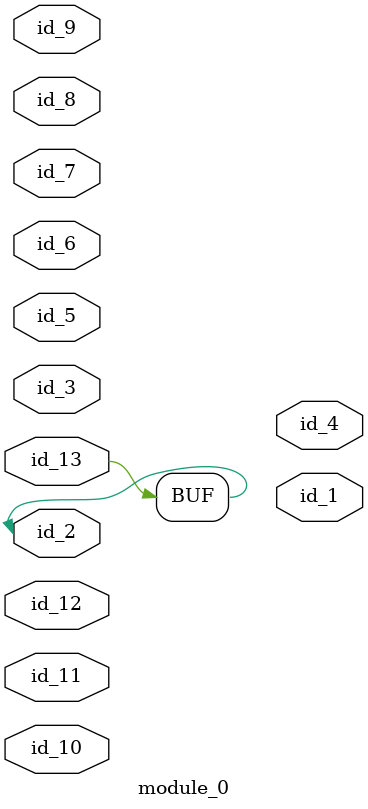
<source format=v>
module module_0 (
    id_1,
    id_2,
    id_3,
    id_4,
    id_5,
    id_6,
    id_7,
    id_8,
    id_9,
    id_10,
    id_11,
    id_12,
    id_13
);
  input id_13;
  input id_12;
  input id_11;
  inout id_10;
  inout id_9;
  inout id_8;
  inout id_7;
  inout id_6;
  inout id_5;
  output id_4;
  input id_3;
  inout id_2;
  output id_1;
  assign id_2 = id_13;
endmodule

</source>
